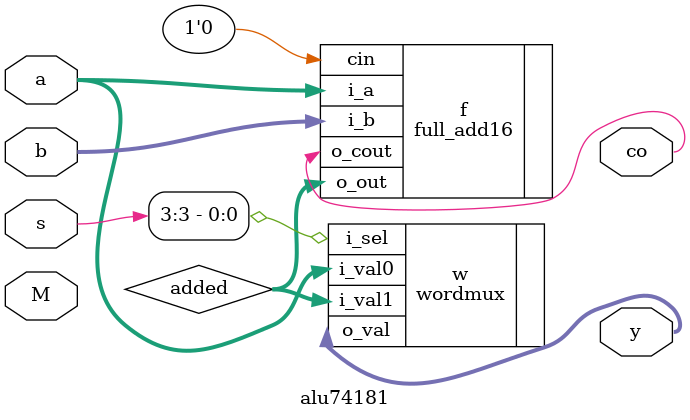
<source format=v>
module alu74181(
    input [0:3]s,
    input M,
    input [0:15] a, b,
    output  [0:15] y,
    output  co
);

wire [0:15] added;
full_add16 f(.i_a(a), .i_b(b), .cin(1'b0), .o_out(added), .o_cout(co));
wordmux w(.i_sel(s[3]), .i_val0(a), .i_val1(added), .o_val(y));
endmodule

</source>
